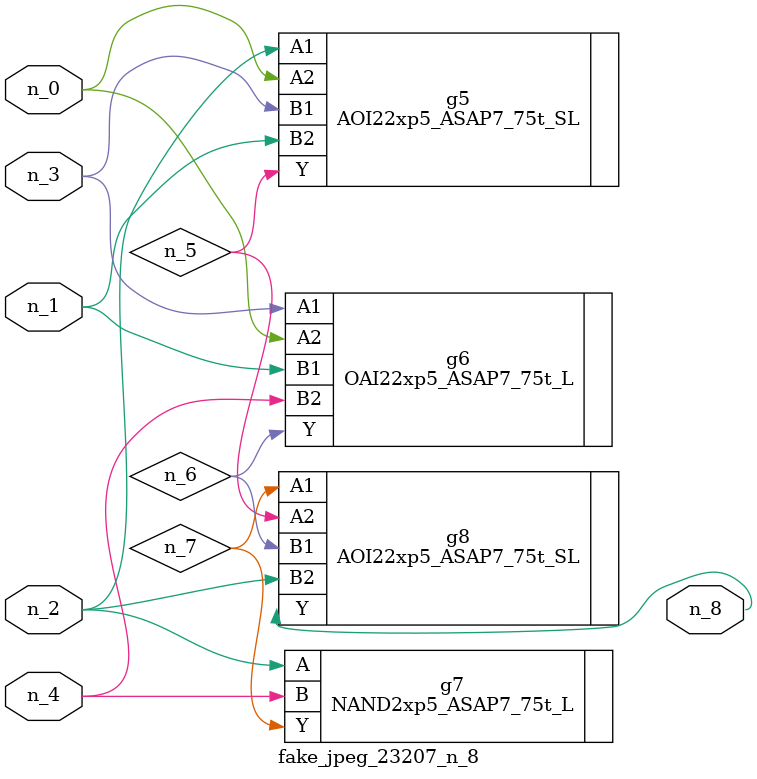
<source format=v>
module fake_jpeg_23207_n_8 (n_3, n_2, n_1, n_0, n_4, n_8);

input n_3;
input n_2;
input n_1;
input n_0;
input n_4;

output n_8;

wire n_6;
wire n_5;
wire n_7;

AOI22xp5_ASAP7_75t_SL g5 ( 
.A1(n_2),
.A2(n_0),
.B1(n_3),
.B2(n_1),
.Y(n_5)
);

OAI22xp5_ASAP7_75t_L g6 ( 
.A1(n_3),
.A2(n_0),
.B1(n_1),
.B2(n_4),
.Y(n_6)
);

NAND2xp5_ASAP7_75t_L g7 ( 
.A(n_2),
.B(n_4),
.Y(n_7)
);

AOI22xp5_ASAP7_75t_SL g8 ( 
.A1(n_7),
.A2(n_5),
.B1(n_6),
.B2(n_2),
.Y(n_8)
);


endmodule
</source>
